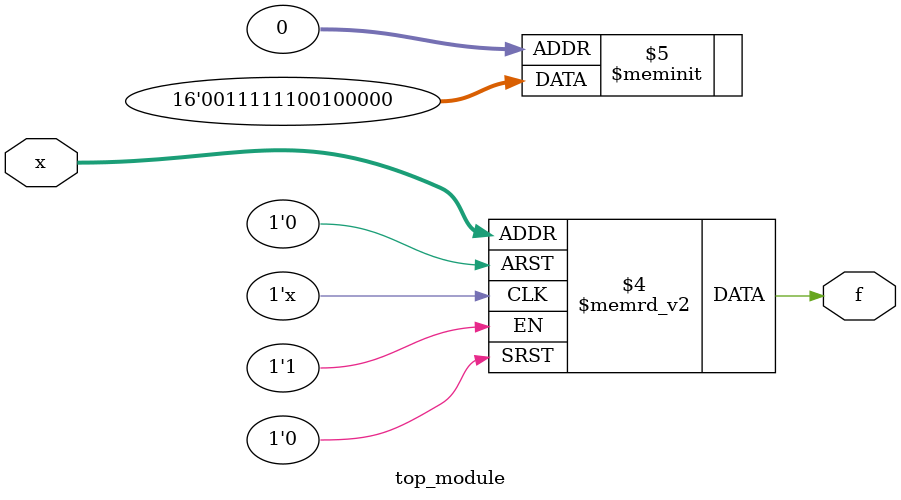
<source format=sv>
module top_module (
	input [4:1] x,
	output logic f
);

	always_comb begin
		case (x)
			4'b0000: f = 1'b0;
			4'b0001: f = 1'b0;
			4'b0010: f = 1'b0;
			4'b0011: f = 1'b0;
			4'b0100: f = 1'b0;
			4'b0101: f = 1'b1;
			4'b0110: f = 1'b0;
			4'b0111: f = 1'b0;
			4'b1000: f = 1'b1;
			4'b1001: f = 1'b1;
			4'b1010: f = 1'b1;
			4'b1011: f = 1'b1;
			4'b1100: f = 1'b1;
			4'b1101: f = 1'b1;
			4'b1110: f = 1'b0;
			4'b1111: f = 1'b0;
			default: f = 1'b0;  // Handles d cases by default to 0 (can be adjusted as needed)
		endcase
	end

endmodule

</source>
